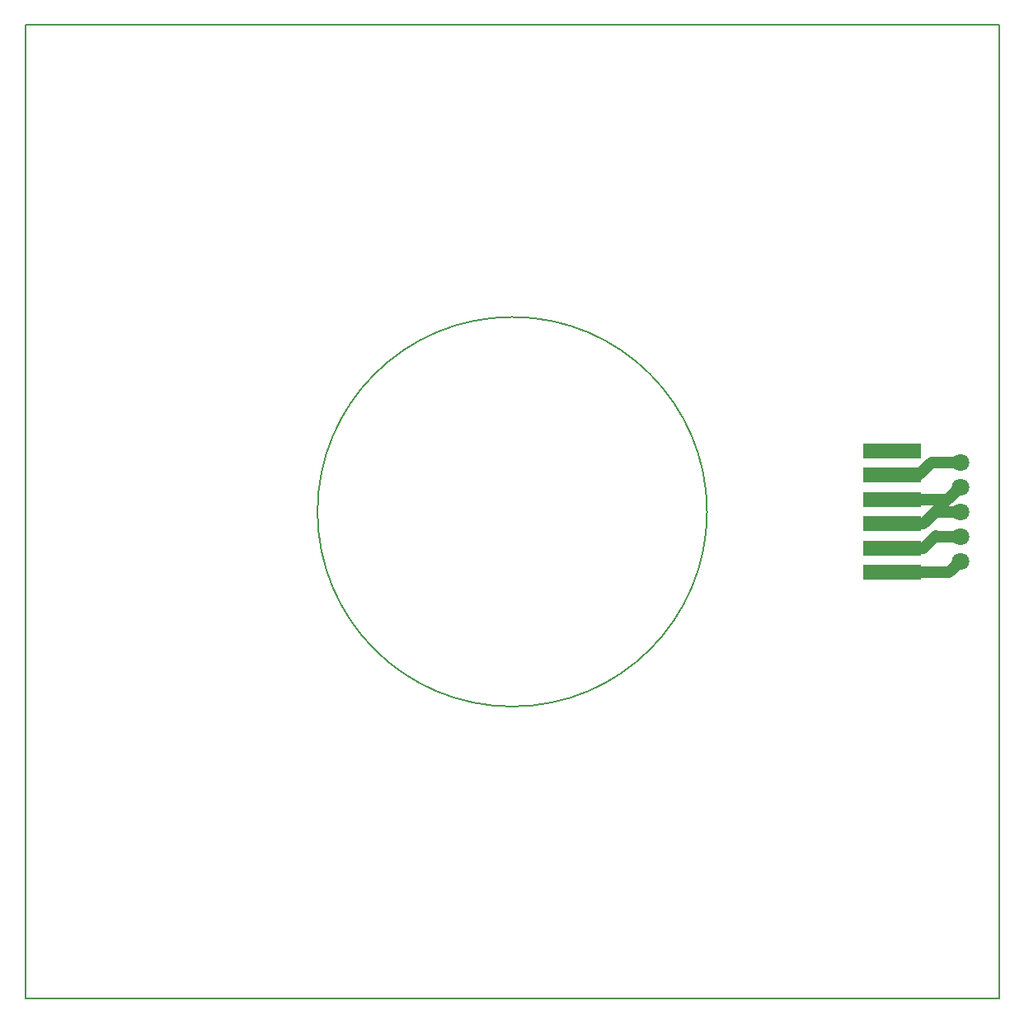
<source format=gbr>
G04 #@! TF.GenerationSoftware,KiCad,Pcbnew,6.0.0-rc1-unknown-1a22918~65~ubuntu16.04.1*
G04 #@! TF.CreationDate,2019-08-07T16:55:44+03:00*
G04 #@! TF.ProjectId,ModelBasePCB,4D6F64656C426173655043422E6B6963,rev?*
G04 #@! TF.SameCoordinates,Original*
G04 #@! TF.FileFunction,Copper,L1,Top,Signal*
G04 #@! TF.FilePolarity,Positive*
%FSLAX46Y46*%
G04 Gerber Fmt 4.6, Leading zero omitted, Abs format (unit mm)*
G04 Created by KiCad (PCBNEW 6.0.0-rc1-unknown-1a22918~65~ubuntu16.04.1) date Wed Aug  7 16:55:44 2019*
%MOMM*%
%LPD*%
G01*
G04 APERTURE LIST*
G04 #@! TA.AperFunction,NonConductor*
%ADD10C,0.200000*%
G04 #@! TD*
G04 #@! TA.AperFunction,SMDPad,CuDef*
%ADD11R,6.000000X1.500000*%
G04 #@! TD*
G04 #@! TA.AperFunction,ComponentPad*
%ADD12C,1.800000*%
G04 #@! TD*
G04 #@! TA.AperFunction,Conductor*
%ADD13C,1.200000*%
G04 #@! TD*
G04 APERTURE END LIST*
D10*
X120000000Y-80000000D02*
G75*
G03X120000000Y-80000000I-20000000J0D01*
G01*
X50000000Y-130000000D02*
X50000000Y-30000000D01*
X150000000Y-130000000D02*
X50000000Y-130000000D01*
X150000000Y-30000000D02*
X150000000Y-130000000D01*
X50000000Y-30000000D02*
X150000000Y-30000000D01*
D11*
G04 #@! TO.P,J1,1*
G04 #@! TO.N,Net-(J1-Pad1)*
X139000000Y-73750000D03*
G04 #@! TO.P,J1,2*
G04 #@! TO.N,/12V*
X139000000Y-76250000D03*
G04 #@! TO.P,J1,3*
G04 #@! TO.N,/GND*
X139000000Y-78750000D03*
G04 #@! TO.P,J1,4*
X139000000Y-81250000D03*
G04 #@! TO.P,J1,5*
G04 #@! TO.N,/5V*
X139000000Y-83750000D03*
G04 #@! TO.P,J1,6*
G04 #@! TO.N,/SIG*
X139000000Y-86250000D03*
G04 #@! TD*
D12*
G04 #@! TO.P,J2,5*
G04 #@! TO.N,/SIG*
X146000000Y-85080000D03*
G04 #@! TO.P,J2,4*
G04 #@! TO.N,/5V*
X146000000Y-82540000D03*
G04 #@! TO.P,J2,3*
G04 #@! TO.N,/GND*
X146000000Y-80000000D03*
G04 #@! TO.P,J2,2*
X146000000Y-77460000D03*
G04 #@! TO.P,J2,1*
G04 #@! TO.N,/12V*
X146000000Y-74920000D03*
G04 #@! TD*
D13*
G04 #@! TO.N,/12V*
X143080000Y-74920000D02*
X146000000Y-74920000D01*
X139000000Y-76250000D02*
X141750000Y-76250000D01*
X141750000Y-76250000D02*
X143080000Y-74920000D01*
G04 #@! TO.N,/GND*
X144710000Y-78750000D02*
X146000000Y-77460000D01*
X139000000Y-78750000D02*
X144710000Y-78750000D01*
X139000000Y-81250000D02*
X142250000Y-81250000D01*
X143500000Y-80000000D02*
X146000000Y-80000000D01*
X142250000Y-81250000D02*
X143500000Y-80000000D01*
X143500000Y-79960000D02*
X144710000Y-78750000D01*
X143500000Y-80000000D02*
X143500000Y-79960000D01*
G04 #@! TO.N,/5V*
X139000000Y-83750000D02*
X142250000Y-83750000D01*
X142250000Y-83750000D02*
X143500000Y-82500000D01*
X143540000Y-82540000D02*
X146000000Y-82540000D01*
X143500000Y-82500000D02*
X143540000Y-82540000D01*
G04 #@! TO.N,/SIG*
X144830000Y-86250000D02*
X146000000Y-85080000D01*
X139000000Y-86250000D02*
X144830000Y-86250000D01*
G04 #@! TD*
M02*

</source>
